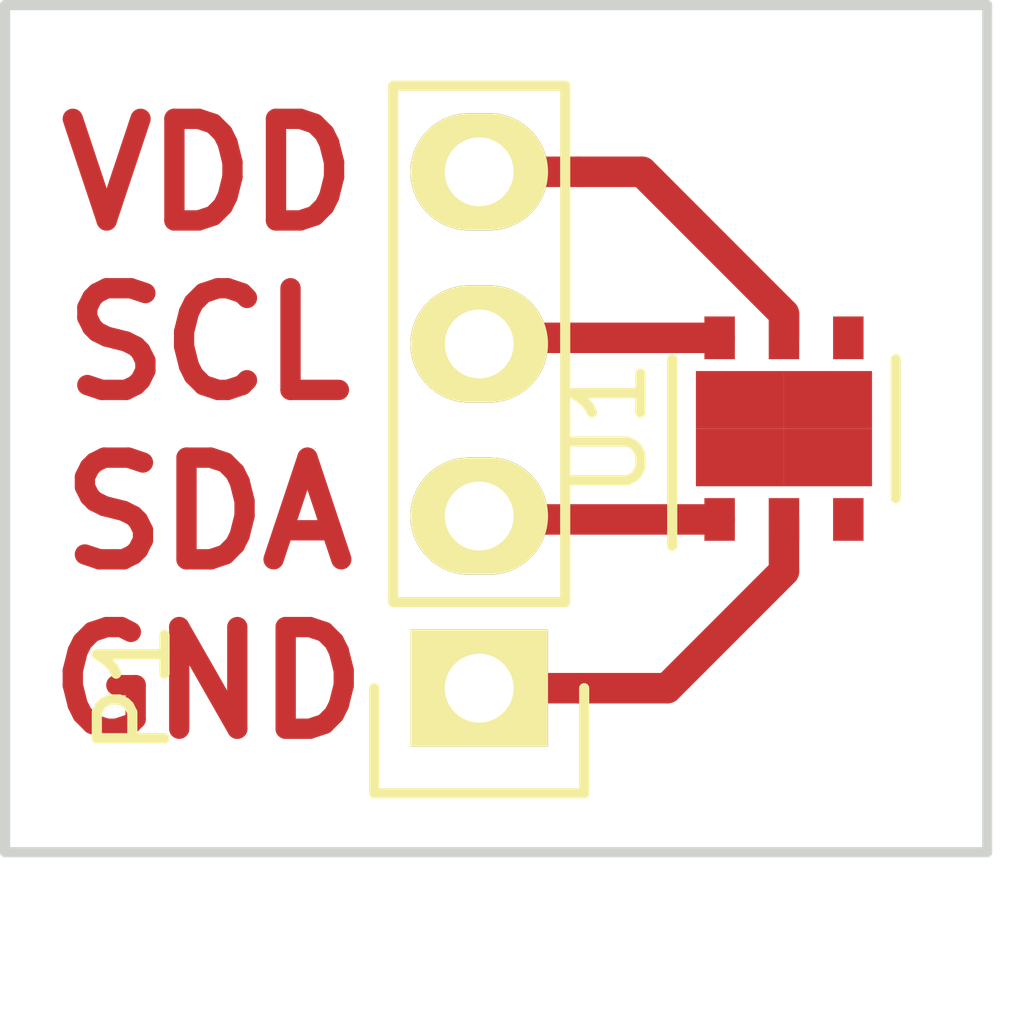
<source format=kicad_pcb>
(kicad_pcb (version 4) (host pcbnew 4.0.4+e1-6308~48~ubuntu16.04.1-stable)

  (general
    (links 4)
    (no_connects 4)
    (area 0 0 0 0)
    (thickness 1.6)
    (drawings 8)
    (tracks 12)
    (zones 0)
    (modules 2)
    (nets 7)
  )

  (page A4)
  (layers
    (0 F.Cu signal)
    (31 B.Cu signal)
    (32 B.Adhes user)
    (33 F.Adhes user)
    (34 B.Paste user)
    (35 F.Paste user)
    (36 B.SilkS user)
    (37 F.SilkS user)
    (38 B.Mask user)
    (39 F.Mask user)
    (40 Dwgs.User user)
    (41 Cmts.User user)
    (42 Eco1.User user)
    (43 Eco2.User user)
    (44 Edge.Cuts user)
    (45 Margin user)
    (46 B.CrtYd user)
    (47 F.CrtYd user)
    (48 B.Fab user)
    (49 F.Fab user)
  )

  (setup
    (last_trace_width 0.45)
    (user_trace_width 0.35)
    (user_trace_width 0.45)
    (trace_clearance 0.2)
    (zone_clearance 0.508)
    (zone_45_only no)
    (trace_min 0.2)
    (segment_width 0.2)
    (edge_width 0.15)
    (via_size 0.6)
    (via_drill 0.4)
    (via_min_size 0.4)
    (via_min_drill 0.3)
    (uvia_size 0.3)
    (uvia_drill 0.1)
    (uvias_allowed no)
    (uvia_min_size 0.2)
    (uvia_min_drill 0.1)
    (pcb_text_width 0.3)
    (pcb_text_size 1.5 1.5)
    (mod_edge_width 0.15)
    (mod_text_size 1 1)
    (mod_text_width 0.15)
    (pad_size 1.524 1.524)
    (pad_drill 0.762)
    (pad_to_mask_clearance 0.2)
    (aux_axis_origin 0 0)
    (visible_elements FFFFFF7F)
    (pcbplotparams
      (layerselection 0x00030_80000001)
      (usegerberextensions false)
      (excludeedgelayer true)
      (linewidth 0.100000)
      (plotframeref false)
      (viasonmask false)
      (mode 1)
      (useauxorigin false)
      (hpglpennumber 1)
      (hpglpenspeed 20)
      (hpglpendiameter 15)
      (hpglpenoverlay 2)
      (psnegative false)
      (psa4output false)
      (plotreference true)
      (plotvalue true)
      (plotinvisibletext false)
      (padsonsilk false)
      (subtractmaskfromsilk false)
      (outputformat 1)
      (mirror false)
      (drillshape 1)
      (scaleselection 1)
      (outputdirectory ""))
  )

  (net 0 "")
  (net 1 GND)
  (net 2 SDA)
  (net 3 SCL)
  (net 4 VDD)
  (net 5 "Net-(U1-Pad3)")
  (net 6 "Net-(U1-Pad4)")

  (net_class Default "This is the default net class."
    (clearance 0.2)
    (trace_width 0.25)
    (via_dia 0.6)
    (via_drill 0.4)
    (uvia_dia 0.3)
    (uvia_drill 0.1)
    (add_net GND)
    (add_net "Net-(U1-Pad3)")
    (add_net "Net-(U1-Pad4)")
    (add_net SCL)
    (add_net SDA)
    (add_net VDD)
  )

  (module Socket_Strips:Socket_Strip_Straight_1x04 (layer F.Cu) (tedit 0) (tstamp 57ED727B)
    (at 139 107.58 90)
    (descr "Through hole socket strip")
    (tags "socket strip")
    (path /57ED7105)
    (fp_text reference P1 (at 0 -5.1 90) (layer F.SilkS)
      (effects (font (size 1 1) (thickness 0.15)))
    )
    (fp_text value CONN_01X04 (at 0 -3.1 90) (layer F.Fab)
      (effects (font (size 1 1) (thickness 0.15)))
    )
    (fp_line (start -1.75 -1.75) (end -1.75 1.75) (layer F.CrtYd) (width 0.05))
    (fp_line (start 9.4 -1.75) (end 9.4 1.75) (layer F.CrtYd) (width 0.05))
    (fp_line (start -1.75 -1.75) (end 9.4 -1.75) (layer F.CrtYd) (width 0.05))
    (fp_line (start -1.75 1.75) (end 9.4 1.75) (layer F.CrtYd) (width 0.05))
    (fp_line (start 1.27 -1.27) (end 8.89 -1.27) (layer F.SilkS) (width 0.15))
    (fp_line (start 1.27 1.27) (end 8.89 1.27) (layer F.SilkS) (width 0.15))
    (fp_line (start -1.55 1.55) (end 0 1.55) (layer F.SilkS) (width 0.15))
    (fp_line (start 8.89 -1.27) (end 8.89 1.27) (layer F.SilkS) (width 0.15))
    (fp_line (start 1.27 1.27) (end 1.27 -1.27) (layer F.SilkS) (width 0.15))
    (fp_line (start 0 -1.55) (end -1.55 -1.55) (layer F.SilkS) (width 0.15))
    (fp_line (start -1.55 -1.55) (end -1.55 1.55) (layer F.SilkS) (width 0.15))
    (pad 1 thru_hole rect (at 0 0 90) (size 1.7272 2.032) (drill 1.016) (layers *.Cu *.Mask F.SilkS)
      (net 1 GND))
    (pad 2 thru_hole oval (at 2.54 0 90) (size 1.7272 2.032) (drill 1.016) (layers *.Cu *.Mask F.SilkS)
      (net 2 SDA))
    (pad 3 thru_hole oval (at 5.08 0 90) (size 1.7272 2.032) (drill 1.016) (layers *.Cu *.Mask F.SilkS)
      (net 3 SCL))
    (pad 4 thru_hole oval (at 7.62 0 90) (size 1.7272 2.032) (drill 1.016) (layers *.Cu *.Mask F.SilkS)
      (net 4 VDD))
    (model Socket_Strips.3dshapes/Socket_Strip_Straight_1x04.wrl
      (at (xyz 0.15 0 0))
      (scale (xyz 1 1 1))
      (rotate (xyz 0 0 180))
    )
  )

  (module Housings_DFN_QFN:DFN-6-1EP_3x3mm_Pitch0.95mm (layer F.Cu) (tedit 54130A77) (tstamp 57ED7289)
    (at 143.5 103.75 90)
    (descr "DFN6 3*3 MM, 0.95 PITCH; CASE 506AH-01 (see ON Semiconductor 506AH.PDF)")
    (tags "DFN 0.95")
    (path /57ED7061)
    (attr smd)
    (fp_text reference U1 (at 0 -2.575 90) (layer F.SilkS)
      (effects (font (size 1 1) (thickness 0.15)))
    )
    (fp_text value SI7006 (at 0 2.575 90) (layer F.Fab)
      (effects (font (size 1 1) (thickness 0.15)))
    )
    (fp_line (start -1.9 -1.85) (end -1.9 1.85) (layer F.CrtYd) (width 0.05))
    (fp_line (start 1.9 -1.85) (end 1.9 1.85) (layer F.CrtYd) (width 0.05))
    (fp_line (start -1.9 -1.85) (end 1.9 -1.85) (layer F.CrtYd) (width 0.05))
    (fp_line (start -1.9 1.85) (end 1.9 1.85) (layer F.CrtYd) (width 0.05))
    (fp_line (start -1.025 1.65) (end 1.025 1.65) (layer F.SilkS) (width 0.15))
    (fp_line (start -1.73 -1.65) (end 1.025 -1.65) (layer F.SilkS) (width 0.15))
    (pad 1 smd rect (at -1.34 -0.95 90) (size 0.63 0.45) (layers F.Cu F.Paste F.Mask)
      (net 2 SDA))
    (pad 2 smd rect (at -1.34 0 90) (size 0.63 0.45) (layers F.Cu F.Paste F.Mask)
      (net 1 GND))
    (pad 3 smd rect (at -1.34 0.95 90) (size 0.63 0.45) (layers F.Cu F.Paste F.Mask)
      (net 5 "Net-(U1-Pad3)"))
    (pad 4 smd rect (at 1.34 0.95 90) (size 0.63 0.45) (layers F.Cu F.Paste F.Mask)
      (net 6 "Net-(U1-Pad4)"))
    (pad 5 smd rect (at 1.34 0 90) (size 0.63 0.45) (layers F.Cu F.Paste F.Mask)
      (net 4 VDD))
    (pad 6 smd rect (at 1.34 -0.95 90) (size 0.63 0.45) (layers F.Cu F.Paste F.Mask)
      (net 3 SCL))
    (pad 7 smd rect (at 0.425 0.65 90) (size 0.85 1.3) (layers F.Cu F.Paste F.Mask)
      (solder_paste_margin_ratio -0.2))
    (pad 7 smd rect (at 0.425 -0.65 90) (size 0.85 1.3) (layers F.Cu F.Paste F.Mask)
      (solder_paste_margin_ratio -0.2))
    (pad 7 smd rect (at -0.425 0.65 90) (size 0.85 1.3) (layers F.Cu F.Paste F.Mask)
      (solder_paste_margin_ratio -0.2))
    (pad 7 smd rect (at -0.425 -0.65 90) (size 0.85 1.3) (layers F.Cu F.Paste F.Mask)
      (solder_paste_margin_ratio -0.2))
    (model Housings_DFN_QFN.3dshapes/DFN-6-1EP_3x3mm_Pitch0.95mm.wrl
      (at (xyz 0 0 0))
      (scale (xyz 1 1 1))
      (rotate (xyz 0 0 0))
    )
  )

  (gr_line (start 132 110) (end 132 97.5) (layer Edge.Cuts) (width 0.15))
  (gr_line (start 146.5 110) (end 132 110) (layer Edge.Cuts) (width 0.15))
  (gr_line (start 146.5 97.5) (end 146.5 110) (layer Edge.Cuts) (width 0.15))
  (gr_line (start 132 97.5) (end 146.5 97.5) (layer Edge.Cuts) (width 0.15))
  (gr_text GND (at 135 107.5) (layer F.Cu)
    (effects (font (size 1.5 1.5) (thickness 0.3)))
  )
  (gr_text SDA (at 135 105) (layer F.Cu)
    (effects (font (size 1.5 1.5) (thickness 0.3)))
  )
  (gr_text SCL (at 135 102.5) (layer F.Cu)
    (effects (font (size 1.5 1.5) (thickness 0.3)))
  )
  (gr_text VDD (at 135 100) (layer F.Cu)
    (effects (font (size 1.5 1.5) (thickness 0.3)))
  )

  (segment (start 143.5 105.09) (end 143.5 105.855) (width 0.45) (layer F.Cu) (net 1))
  (segment (start 143.5 105.855) (end 141.775 107.58) (width 0.45) (layer F.Cu) (net 1))
  (segment (start 141.775 107.58) (end 140.466 107.58) (width 0.45) (layer F.Cu) (net 1))
  (segment (start 140.466 107.58) (end 139 107.58) (width 0.45) (layer F.Cu) (net 1))
  (segment (start 142.55 105.09) (end 139.05 105.09) (width 0.45) (layer F.Cu) (net 2))
  (segment (start 139.05 105.09) (end 139 105.04) (width 0.45) (layer F.Cu) (net 2))
  (segment (start 142.55 102.41) (end 139.09 102.41) (width 0.45) (layer F.Cu) (net 3))
  (segment (start 139.09 102.41) (end 139 102.5) (width 0.45) (layer F.Cu) (net 3))
  (segment (start 143.5 102.41) (end 143.5 102.054998) (width 0.45) (layer F.Cu) (net 4))
  (segment (start 143.5 102.054998) (end 141.405002 99.96) (width 0.45) (layer F.Cu) (net 4))
  (segment (start 141.405002 99.96) (end 140.466 99.96) (width 0.45) (layer F.Cu) (net 4))
  (segment (start 140.466 99.96) (end 139 99.96) (width 0.45) (layer F.Cu) (net 4))

)

</source>
